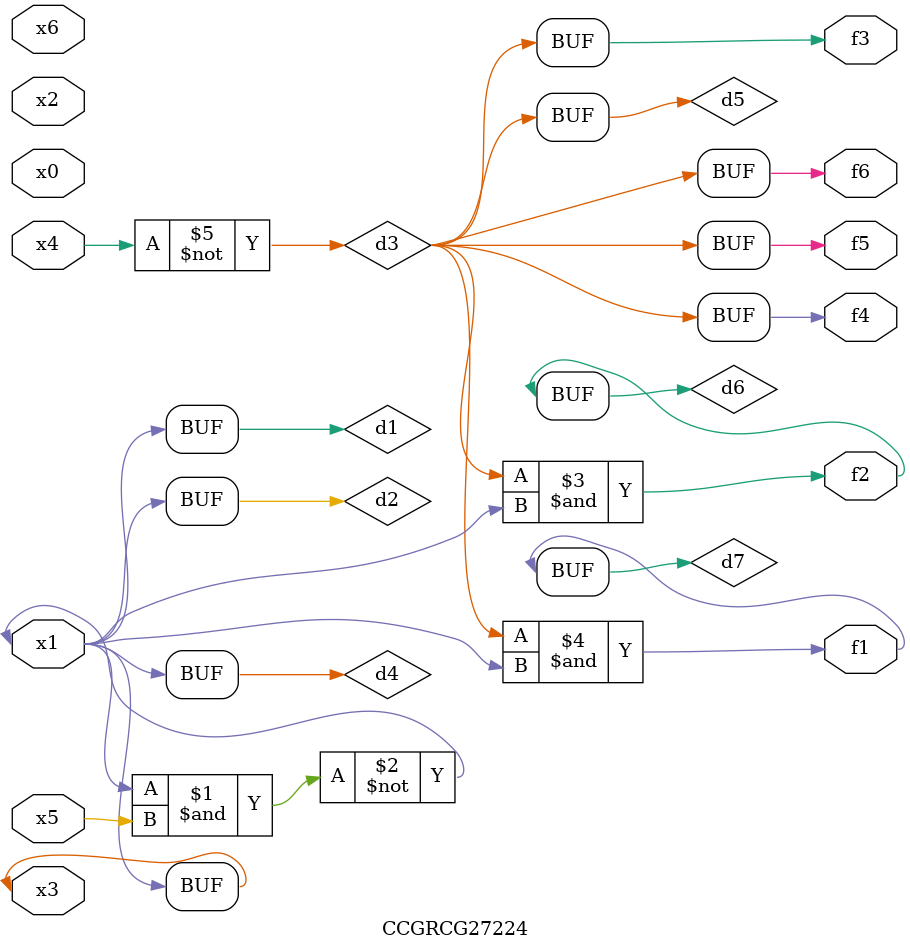
<source format=v>
module CCGRCG27224(
	input x0, x1, x2, x3, x4, x5, x6,
	output f1, f2, f3, f4, f5, f6
);

	wire d1, d2, d3, d4, d5, d6, d7;

	buf (d1, x1, x3);
	nand (d2, x1, x5);
	not (d3, x4);
	buf (d4, d1, d2);
	buf (d5, d3);
	and (d6, d3, d4);
	and (d7, d3, d4);
	assign f1 = d7;
	assign f2 = d6;
	assign f3 = d5;
	assign f4 = d5;
	assign f5 = d5;
	assign f6 = d5;
endmodule

</source>
